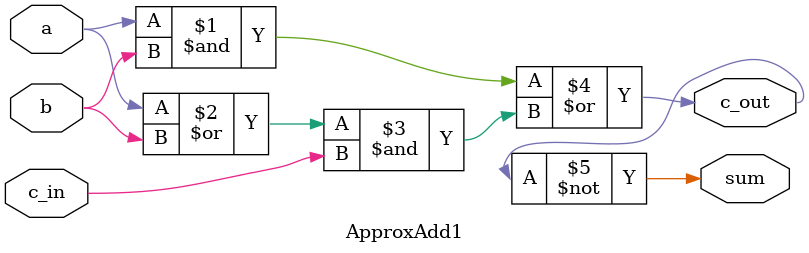
<source format=v>
/* Adder Module 
ApproxAdd1 -  see Paper, read adder from left to right
*/


module ApproxAdd1 (
    input a,b,c_in,    //input a,b and carry in
    output c_out,sum   //output carry out and sum
 
);

assign c_out = (a&b)|((a|b)&c_in);
assign sum = ~(c_out);
    
endmodule
</source>
